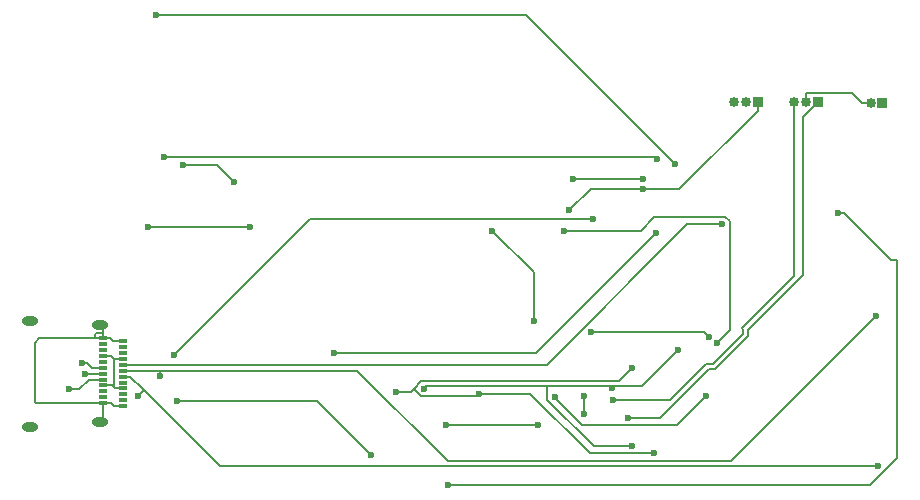
<source format=gbr>
%TF.GenerationSoftware,KiCad,Pcbnew,8.0.6-8.0.6-0~ubuntu22.04.1*%
%TF.CreationDate,2024-12-08T13:20:38-05:00*%
%TF.ProjectId,badge,62616467-652e-46b6-9963-61645f706362,rev?*%
%TF.SameCoordinates,Original*%
%TF.FileFunction,Copper,L1,Top*%
%TF.FilePolarity,Positive*%
%FSLAX46Y46*%
G04 Gerber Fmt 4.6, Leading zero omitted, Abs format (unit mm)*
G04 Created by KiCad (PCBNEW 8.0.6-8.0.6-0~ubuntu22.04.1) date 2024-12-08 13:20:38*
%MOMM*%
%LPD*%
G01*
G04 APERTURE LIST*
%TA.AperFunction,ComponentPad*%
%ADD10R,0.850000X0.850000*%
%TD*%
%TA.AperFunction,ComponentPad*%
%ADD11O,0.850000X0.850000*%
%TD*%
%TA.AperFunction,SMDPad,CuDef*%
%ADD12R,0.700000X0.300000*%
%TD*%
%TA.AperFunction,ComponentPad*%
%ADD13O,1.400000X0.800000*%
%TD*%
%TA.AperFunction,ViaPad*%
%ADD14C,0.600000*%
%TD*%
%TA.AperFunction,Conductor*%
%ADD15C,0.200000*%
%TD*%
G04 APERTURE END LIST*
D10*
%TO.P,L1,1,1*%
%TO.N,3.3V*%
X177216400Y-109613600D03*
D11*
%TO.P,L1,2,2*%
%TO.N,Net-(D5-A)*%
X176216400Y-109613600D03*
%TO.P,L1,3*%
%TO.N,N/C*%
X175216400Y-109613600D03*
%TD*%
D12*
%TO.P,J1,A1,GND*%
%TO.N,GND*%
X123466400Y-129863600D03*
%TO.P,J1,A2*%
%TO.N,N/C*%
X123466400Y-130363600D03*
%TO.P,J1,A3*%
X123466400Y-130863600D03*
%TO.P,J1,A4,VBUS*%
%TO.N,VBUS*%
X123466400Y-131363600D03*
%TO.P,J1,A5,CC1*%
%TO.N,Net-(J1-CC1)*%
X123466400Y-131863600D03*
%TO.P,J1,A6,D+*%
%TO.N,USB_P*%
X123466400Y-132363600D03*
%TO.P,J1,A7,D-*%
%TO.N,USB_N*%
X123466400Y-132863600D03*
%TO.P,J1,A8,SBU1*%
%TO.N,unconnected-(J1-SBU1-PadA8)*%
X123466400Y-133363600D03*
%TO.P,J1,A9,VBUS*%
%TO.N,VBUS*%
X123466400Y-133863600D03*
%TO.P,J1,A10*%
%TO.N,N/C*%
X123466400Y-134363600D03*
%TO.P,J1,A11*%
X123466400Y-134863600D03*
%TO.P,J1,A12,GND*%
%TO.N,GND*%
X123466400Y-135363600D03*
%TO.P,J1,B1,GND*%
X121766400Y-135113600D03*
%TO.P,J1,B2*%
%TO.N,N/C*%
X121766400Y-134613600D03*
%TO.P,J1,B3*%
X121766400Y-134113600D03*
%TO.P,J1,B4,VBUS*%
%TO.N,VBUS*%
X121766400Y-133613600D03*
%TO.P,J1,B5,CC2*%
%TO.N,Net-(J1-CC2)*%
X121766400Y-133113600D03*
%TO.P,J1,B6,D+*%
%TO.N,USB_P*%
X121766400Y-132613600D03*
%TO.P,J1,B7,D-*%
%TO.N,USB_N*%
X121766400Y-132113600D03*
%TO.P,J1,B8,SBU2*%
%TO.N,unconnected-(J1-SBU2-PadB8)*%
X121766400Y-131613600D03*
%TO.P,J1,B9,VBUS*%
%TO.N,VBUS*%
X121766400Y-131113600D03*
%TO.P,J1,B10*%
%TO.N,N/C*%
X121766400Y-130613600D03*
%TO.P,J1,B11*%
X121766400Y-130113600D03*
%TO.P,J1,B12,GND*%
%TO.N,GND*%
X121766400Y-129613600D03*
D13*
%TO.P,J1,S1,SHIELD*%
X115606400Y-128123600D03*
X121556400Y-128483600D03*
X121556400Y-136743600D03*
X115606400Y-137103600D03*
%TD*%
D10*
%TO.P,J3,1,Pin_1*%
%TO.N,SWCLK*%
X182266400Y-109613600D03*
D11*
%TO.P,J3,2,Pin_2*%
%TO.N,GND*%
X181266400Y-109613600D03*
%TO.P,J3,3,Pin_3*%
%TO.N,SWDIO*%
X180266400Y-109613600D03*
%TD*%
D10*
%TO.P,J2,1,Pin_1*%
%TO.N,RUN*%
X187766400Y-109738600D03*
D11*
%TO.P,J2,2,Pin_2*%
%TO.N,GND*%
X186766400Y-109738600D03*
%TD*%
D14*
%TO.N,GND*%
X146570000Y-134146800D03*
X166596000Y-132098300D03*
X168421300Y-139343500D03*
X153644900Y-134322200D03*
%TO.N,1.1V*%
X164837700Y-133837800D03*
X170470800Y-130609800D03*
X148935200Y-133877400D03*
X166570000Y-138741800D03*
%TO.N,3.3V*%
X158581700Y-137000400D03*
X161265900Y-118785400D03*
X150853900Y-137000400D03*
X167520200Y-116984700D03*
%TO.N,VSYS*%
X168622700Y-120689300D03*
X141370000Y-130858600D03*
%TO.N,Net-(GDEY0213F1-VSPL)*%
X134187800Y-120219400D03*
X125604000Y-120219400D03*
%TO.N,Net-(GDEY0213F1-VDD_15V)*%
X128586000Y-114905300D03*
X132824400Y-116345800D03*
%TO.N,Net-(D3-K)*%
X158225300Y-128181700D03*
X154745000Y-120492000D03*
%TO.N,Net-(D5-A)*%
X161581600Y-116107600D03*
X167520000Y-116107600D03*
%TO.N,PREVGH*%
X127766700Y-131055000D03*
X163246800Y-119488500D03*
%TO.N,Net-(D2-A)*%
X173762700Y-129982800D03*
X160825000Y-120492000D03*
%TO.N,RESE*%
X126913900Y-114255200D03*
X168655200Y-114420600D03*
%TO.N,GDR*%
X126294500Y-102245100D03*
X170182700Y-114827700D03*
%TO.N,Net-(J1-CC1)*%
X174174000Y-119957900D03*
%TO.N,USB_N*%
X124700000Y-134500000D03*
X120000000Y-131700000D03*
X187413900Y-140453500D03*
%TO.N,USB_P*%
X187181400Y-127723600D03*
X120213600Y-132613600D03*
X126600000Y-132800000D03*
%TO.N,Net-(J1-CC2)*%
X144500000Y-139500000D03*
X128000000Y-134900000D03*
X151000000Y-142000000D03*
X184000000Y-119000000D03*
X118900000Y-133900000D03*
%TO.N,SWCLK*%
X166180900Y-136326700D03*
%TO.N,SWDIO*%
X164970200Y-134837200D03*
%TO.N,Net-(U1-RUN)*%
X162500000Y-136000000D03*
X162500000Y-134500000D03*
%TO.N,GPIO25*%
X173095300Y-129472600D03*
X163058300Y-129070700D03*
%TO.N,QSPI_CS*%
X160013600Y-134600800D03*
X172837100Y-134523700D03*
%TD*%
D15*
%TO.N,GND*%
X185188000Y-108886900D02*
X181266400Y-108886900D01*
X123466400Y-129863600D02*
X123466000Y-129864000D01*
X121766000Y-129614000D02*
X116386000Y-129614000D01*
X121766400Y-135113600D02*
X122418100Y-135113600D01*
X148082300Y-133875300D02*
X147810800Y-134146800D01*
X148721600Y-133236000D02*
X165458300Y-133236000D01*
X148082300Y-133875300D02*
X148721600Y-133236000D01*
X121766000Y-136534000D02*
X121556400Y-136743600D01*
X122636000Y-129864000D02*
X122386000Y-129614000D01*
X121766000Y-129154000D02*
X121229900Y-129154000D01*
X168421300Y-139343500D02*
X162974700Y-139343500D01*
X162974700Y-139343500D02*
X157953400Y-134322200D01*
X123466400Y-135363600D02*
X122668100Y-135363600D01*
X123466000Y-129864000D02*
X122636000Y-129864000D01*
X116000000Y-135000000D02*
X116114000Y-135114000D01*
X153488000Y-134479100D02*
X153644900Y-134322200D01*
X165458300Y-133236000D02*
X166596000Y-132098300D01*
X116114000Y-135114000D02*
X121766000Y-135114000D01*
X122668100Y-135363600D02*
X122418100Y-135113600D01*
X186766400Y-109738600D02*
X186039700Y-109738600D01*
X121556400Y-128483600D02*
X121556000Y-128484000D01*
X121556400Y-136743600D02*
X121556000Y-136744000D01*
X116386000Y-129614000D02*
X116000000Y-130000000D01*
X121766000Y-135114000D02*
X121766000Y-136534000D01*
X121766000Y-128694000D02*
X121556000Y-128484000D01*
X121766400Y-129613600D02*
X121114700Y-129613600D01*
X121229900Y-129154000D02*
X121114700Y-129269200D01*
X181266400Y-109613600D02*
X181266400Y-108886900D01*
X148686100Y-134479100D02*
X153488000Y-134479100D01*
X157953400Y-134322200D02*
X153644900Y-134322200D01*
X147810800Y-134146800D02*
X146570000Y-134146800D01*
X121114700Y-129269200D02*
X121114700Y-129613600D01*
X116000000Y-130000000D02*
X116000000Y-135000000D01*
X121766000Y-129154000D02*
X121766000Y-128694000D01*
X121766000Y-135114000D02*
X121766400Y-135113600D01*
X148082300Y-133875300D02*
X148686100Y-134479100D01*
X186039700Y-109738600D02*
X185188000Y-108886900D01*
X122386000Y-129614000D02*
X121766000Y-129614000D01*
X121766000Y-129614000D02*
X121766000Y-129154000D01*
%TO.N,1.1V*%
X167383000Y-133697600D02*
X164837700Y-133697600D01*
X164837700Y-133697600D02*
X164837700Y-133837800D01*
X159369500Y-134809900D02*
X163301400Y-138741800D01*
X159369500Y-133697600D02*
X159369500Y-134809900D01*
X163301400Y-138741800D02*
X166570000Y-138741800D01*
X149115000Y-133697600D02*
X159369500Y-133697600D01*
X164837700Y-133697600D02*
X159369500Y-133697600D01*
X148935200Y-133877400D02*
X149115000Y-133697600D01*
X170470800Y-130609800D02*
X167383000Y-133697600D01*
%TO.N,3.3V*%
X170572000Y-116984700D02*
X167520200Y-116984700D01*
X177216400Y-109613600D02*
X177216400Y-110340300D01*
X163066600Y-116984700D02*
X161265900Y-118785400D01*
X158581700Y-137000400D02*
X150853900Y-137000400D01*
X177216400Y-110340300D02*
X170572000Y-116984700D01*
X167520200Y-116984700D02*
X163066600Y-116984700D01*
%TO.N,VSYS*%
X168622700Y-120689300D02*
X158453400Y-130858600D01*
X158453400Y-130858600D02*
X141370000Y-130858600D01*
%TO.N,Net-(GDEY0213F1-VSPL)*%
X134187800Y-120219400D02*
X125604000Y-120219400D01*
%TO.N,Net-(GDEY0213F1-VDD_15V)*%
X131383900Y-114905300D02*
X132824400Y-116345800D01*
X128586000Y-114905300D02*
X131383900Y-114905300D01*
%TO.N,Net-(D3-K)*%
X158225300Y-128181700D02*
X158225300Y-123972300D01*
X158225300Y-123972300D02*
X154745000Y-120492000D01*
%TO.N,Net-(D5-A)*%
X161581600Y-116107600D02*
X167520000Y-116107600D01*
%TO.N,PREVGH*%
X139333200Y-119488500D02*
X163246800Y-119488500D01*
X127766700Y-131055000D02*
X139333200Y-119488500D01*
%TO.N,Net-(D2-A)*%
X174826100Y-119717100D02*
X174826100Y-128919400D01*
X174439600Y-119330600D02*
X174826100Y-119717100D01*
X160825000Y-120492000D02*
X167288000Y-120492000D01*
X167288000Y-120492000D02*
X168449400Y-119330600D01*
X174826100Y-128919400D02*
X173762700Y-129982800D01*
X168449400Y-119330600D02*
X174439600Y-119330600D01*
%TO.N,RESE*%
X168489800Y-114255200D02*
X126913900Y-114255200D01*
X168655200Y-114420600D02*
X168489800Y-114255200D01*
%TO.N,GDR*%
X170182700Y-114827700D02*
X157600100Y-102245100D01*
X157600100Y-102245100D02*
X126294500Y-102245100D01*
%TO.N,VBUS*%
X121766400Y-131113600D02*
X122418100Y-131113600D01*
X121766400Y-133613600D02*
X122317300Y-133613600D01*
X123241400Y-133863600D02*
X123466400Y-133863600D01*
X123241400Y-133863600D02*
X122814700Y-133863600D01*
X122689700Y-133738600D02*
X122564700Y-133613600D01*
X122564700Y-133613600D02*
X122418100Y-133613600D01*
X122668100Y-131363600D02*
X122689700Y-131363600D01*
X122418100Y-131113600D02*
X122668100Y-131363600D01*
X122689700Y-131363600D02*
X123466400Y-131363600D01*
X122689700Y-133738600D02*
X122689700Y-131363600D01*
X122416600Y-133613600D02*
X122418100Y-133613600D01*
X122317300Y-133613600D02*
X122416600Y-133613600D01*
X122814700Y-133863600D02*
X122689700Y-133738600D01*
%TO.N,Net-(J1-CC1)*%
X124118100Y-131863600D02*
X159321600Y-131863600D01*
X171227300Y-119957900D02*
X174174000Y-119957900D01*
X159321600Y-131863600D02*
X171227300Y-119957900D01*
X123466400Y-131863600D02*
X124118100Y-131863600D01*
%TO.N,USB_N*%
X120813600Y-132113600D02*
X120400000Y-131700000D01*
X124700000Y-134500000D02*
X125156650Y-134043350D01*
X125156650Y-133943350D02*
X131666800Y-140453500D01*
X123629400Y-132863600D02*
X123792300Y-132863600D01*
X125156650Y-134043350D02*
X125156650Y-133943350D01*
X120400000Y-131700000D02*
X120000000Y-131700000D01*
X123629400Y-132863600D02*
X123466400Y-132863600D01*
X131666800Y-140453500D02*
X187413900Y-140453500D01*
X121766400Y-132113600D02*
X120813600Y-132113600D01*
X124076900Y-132863600D02*
X125156650Y-133943350D01*
X123792300Y-132863600D02*
X124076900Y-132863600D01*
%TO.N,USB_P*%
X143305000Y-132363600D02*
X150939900Y-139998500D01*
X126600000Y-132800000D02*
X126600000Y-132463600D01*
X123466400Y-132363600D02*
X126500000Y-132363600D01*
X150939900Y-139998500D02*
X174906500Y-139998500D01*
X121766400Y-132613600D02*
X120213600Y-132613600D01*
X126500000Y-132363600D02*
X143305000Y-132363600D01*
X120213600Y-132613600D02*
X120200000Y-132600000D01*
X126600000Y-132463600D02*
X126500000Y-132363600D01*
X174906500Y-139998500D02*
X187181400Y-127723600D01*
%TO.N,Net-(J1-CC2)*%
X189000000Y-139715929D02*
X189000000Y-123000000D01*
X189000000Y-123000000D02*
X188500000Y-123000000D01*
X151000000Y-142000000D02*
X186715929Y-142000000D01*
X188500000Y-123000000D02*
X184500000Y-119000000D01*
X184500000Y-119000000D02*
X184000000Y-119000000D01*
X121766400Y-133113600D02*
X120562129Y-133113600D01*
X120562129Y-133113600D02*
X119775729Y-133900000D01*
X139900000Y-134900000D02*
X144500000Y-139500000D01*
X119775729Y-133900000D02*
X118900000Y-133900000D01*
X128000000Y-134900000D02*
X139900000Y-134900000D01*
X186715929Y-142000000D02*
X189000000Y-139715929D01*
%TO.N,SWCLK*%
X181000000Y-124248400D02*
X181000000Y-110905305D01*
X173044400Y-132204000D02*
X173552000Y-132204000D01*
X181000000Y-110905305D02*
X182266400Y-109638905D01*
X176373200Y-129382800D02*
X176373200Y-128875200D01*
X166180900Y-136326700D02*
X168921700Y-136326700D01*
X173552000Y-132204000D02*
X176373200Y-129382800D01*
X182266400Y-109638905D02*
X182266400Y-109613600D01*
X176373200Y-128875200D02*
X181000000Y-124248400D01*
X168921700Y-136326700D02*
X173044400Y-132204000D01*
%TO.N,SWDIO*%
X164970200Y-134837200D02*
X169782800Y-134837200D01*
X173385700Y-131802300D02*
X175971500Y-129216500D01*
X172817700Y-131802300D02*
X173385700Y-131802300D01*
X175853800Y-128766200D02*
X180266400Y-124353600D01*
X180266400Y-109613600D02*
X180266400Y-110340300D01*
X180266400Y-124353600D02*
X180266400Y-110340300D01*
X169782800Y-134837200D02*
X172817700Y-131802300D01*
X175971500Y-128883900D02*
X175853800Y-128766200D01*
X175971500Y-129216500D02*
X175971500Y-128883900D01*
%TO.N,Net-(U1-RUN)*%
X162500000Y-134500000D02*
X162500000Y-136000000D01*
%TO.N,GPIO25*%
X163058300Y-129070700D02*
X172693400Y-129070700D01*
X172693400Y-129070700D02*
X173095300Y-129472600D01*
%TO.N,QSPI_CS*%
X160013600Y-134686900D02*
X162326700Y-137000000D01*
X160013600Y-134600800D02*
X160013600Y-134686900D01*
X162326700Y-137000000D02*
X170360800Y-137000000D01*
X170360800Y-137000000D02*
X172837100Y-134523700D01*
%TD*%
M02*

</source>
